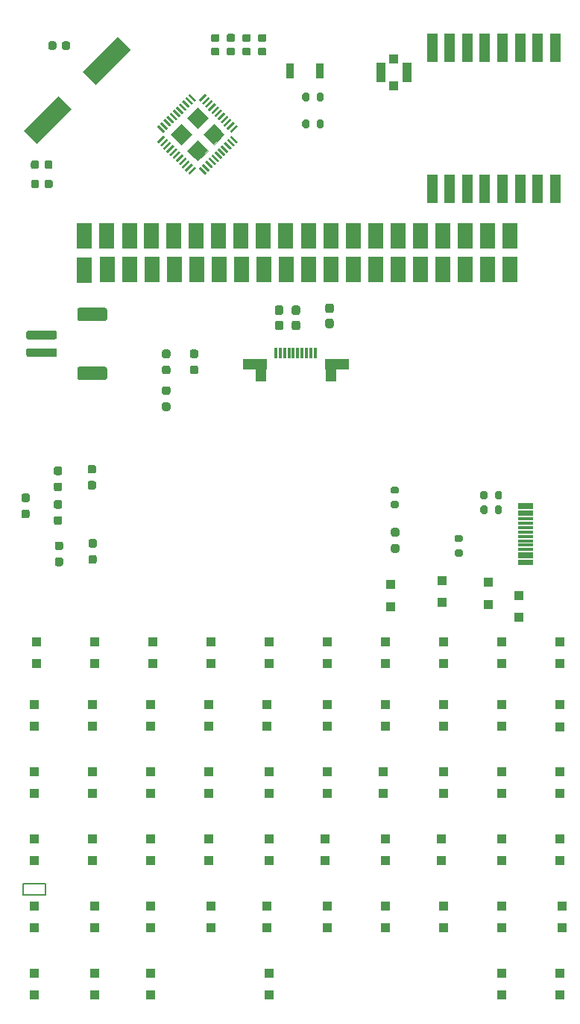
<source format=gbr>
%TF.GenerationSoftware,KiCad,Pcbnew,(5.1.12)-1*%
%TF.CreationDate,2022-02-12T22:16:26+01:00*%
%TF.ProjectId,MemoryBrakout,4d656d6f-7279-4427-9261-6b6f75742e6b,rev?*%
%TF.SameCoordinates,Original*%
%TF.FileFunction,Paste,Bot*%
%TF.FilePolarity,Positive*%
%FSLAX46Y46*%
G04 Gerber Fmt 4.6, Leading zero omitted, Abs format (unit mm)*
G04 Created by KiCad (PCBNEW (5.1.12)-1) date 2022-02-12 22:16:26*
%MOMM*%
%LPD*%
G01*
G04 APERTURE LIST*
%ADD10C,0.150000*%
%ADD11C,0.010000*%
%ADD12R,1.700000X3.000000*%
%ADD13R,0.300000X1.300000*%
%ADD14R,2.700000X1.300000*%
%ADD15R,1.300000X2.200000*%
%ADD16R,1.000000X1.000000*%
%ADD17R,1.750000X0.300000*%
%ADD18R,0.900000X1.700000*%
%ADD19R,1.050000X2.200000*%
%ADD20R,1.200000X3.200000*%
%ADD21C,0.100000*%
G04 APERTURE END LIST*
D10*
X153162000Y-146304000D02*
X150622000Y-146304000D01*
X153162000Y-147574000D02*
X153162000Y-146304000D01*
X150622000Y-147574000D02*
X153162000Y-147574000D01*
X150622000Y-146304000D02*
X150622000Y-147574000D01*
D11*
%TO.C,U1*%
G36*
X170434000Y-64313733D02*
G01*
X171593655Y-63154078D01*
X170434000Y-61994423D01*
X169274345Y-63154078D01*
X170434000Y-64313733D01*
G37*
X170434000Y-64313733D02*
X171593655Y-63154078D01*
X170434000Y-61994423D01*
X169274345Y-63154078D01*
X170434000Y-64313733D01*
G36*
X172272478Y-62475255D02*
G01*
X173432133Y-61315600D01*
X172272478Y-60155945D01*
X171112823Y-61315600D01*
X172272478Y-62475255D01*
G37*
X172272478Y-62475255D02*
X173432133Y-61315600D01*
X172272478Y-60155945D01*
X171112823Y-61315600D01*
X172272478Y-62475255D01*
G36*
X168595522Y-62475255D02*
G01*
X169755177Y-61315600D01*
X168595522Y-60155945D01*
X167435867Y-61315600D01*
X168595522Y-62475255D01*
G37*
X168595522Y-62475255D02*
X169755177Y-61315600D01*
X168595522Y-60155945D01*
X167435867Y-61315600D01*
X168595522Y-62475255D01*
G36*
X170434000Y-60636777D02*
G01*
X171593655Y-59477122D01*
X170434000Y-58317467D01*
X169274345Y-59477122D01*
X170434000Y-60636777D01*
G37*
X170434000Y-60636777D02*
X171593655Y-59477122D01*
X170434000Y-58317467D01*
X169274345Y-59477122D01*
X170434000Y-60636777D01*
%TD*%
%TO.C,C101*%
G36*
G01*
X185657500Y-83315000D02*
X185182500Y-83315000D01*
G75*
G02*
X184945000Y-83077500I0J237500D01*
G01*
X184945000Y-82477500D01*
G75*
G02*
X185182500Y-82240000I237500J0D01*
G01*
X185657500Y-82240000D01*
G75*
G02*
X185895000Y-82477500I0J-237500D01*
G01*
X185895000Y-83077500D01*
G75*
G02*
X185657500Y-83315000I-237500J0D01*
G01*
G37*
G36*
G01*
X185657500Y-81590000D02*
X185182500Y-81590000D01*
G75*
G02*
X184945000Y-81352500I0J237500D01*
G01*
X184945000Y-80752500D01*
G75*
G02*
X185182500Y-80515000I237500J0D01*
G01*
X185657500Y-80515000D01*
G75*
G02*
X185895000Y-80752500I0J-237500D01*
G01*
X185895000Y-81352500D01*
G75*
G02*
X185657500Y-81590000I-237500J0D01*
G01*
G37*
%TD*%
%TO.C,C102*%
G36*
G01*
X181847500Y-81817500D02*
X181372500Y-81817500D01*
G75*
G02*
X181135000Y-81580000I0J237500D01*
G01*
X181135000Y-80980000D01*
G75*
G02*
X181372500Y-80742500I237500J0D01*
G01*
X181847500Y-80742500D01*
G75*
G02*
X182085000Y-80980000I0J-237500D01*
G01*
X182085000Y-81580000D01*
G75*
G02*
X181847500Y-81817500I-237500J0D01*
G01*
G37*
G36*
G01*
X181847500Y-83542500D02*
X181372500Y-83542500D01*
G75*
G02*
X181135000Y-83305000I0J237500D01*
G01*
X181135000Y-82705000D01*
G75*
G02*
X181372500Y-82467500I237500J0D01*
G01*
X181847500Y-82467500D01*
G75*
G02*
X182085000Y-82705000I0J-237500D01*
G01*
X182085000Y-83305000D01*
G75*
G02*
X181847500Y-83542500I-237500J0D01*
G01*
G37*
%TD*%
%TO.C,C103*%
G36*
G01*
X179942500Y-83542500D02*
X179467500Y-83542500D01*
G75*
G02*
X179230000Y-83305000I0J237500D01*
G01*
X179230000Y-82705000D01*
G75*
G02*
X179467500Y-82467500I237500J0D01*
G01*
X179942500Y-82467500D01*
G75*
G02*
X180180000Y-82705000I0J-237500D01*
G01*
X180180000Y-83305000D01*
G75*
G02*
X179942500Y-83542500I-237500J0D01*
G01*
G37*
G36*
G01*
X179942500Y-81817500D02*
X179467500Y-81817500D01*
G75*
G02*
X179230000Y-81580000I0J237500D01*
G01*
X179230000Y-80980000D01*
G75*
G02*
X179467500Y-80742500I237500J0D01*
G01*
X179942500Y-80742500D01*
G75*
G02*
X180180000Y-80980000I0J-237500D01*
G01*
X180180000Y-81580000D01*
G75*
G02*
X179942500Y-81817500I-237500J0D01*
G01*
G37*
%TD*%
D12*
%TO.C,J1*%
X205885000Y-76685000D03*
X205885000Y-72811500D03*
X203345000Y-76685000D03*
X203345000Y-72811500D03*
X200805000Y-76685000D03*
X200805000Y-72811500D03*
X198265000Y-76685000D03*
X198265000Y-72811500D03*
X195725000Y-76685000D03*
X195725000Y-72811500D03*
X193185000Y-76685000D03*
X193185000Y-72811500D03*
X190645000Y-76685000D03*
X190645000Y-72811500D03*
X188105000Y-76685000D03*
X188105000Y-72811500D03*
X185565000Y-76685000D03*
X185565000Y-72811500D03*
X183025000Y-76685000D03*
X183025000Y-72875000D03*
X180485000Y-76685000D03*
X180467000Y-72834500D03*
X177945000Y-76685000D03*
X177927000Y-72834500D03*
X175405000Y-76685000D03*
X175387000Y-72834500D03*
X172865000Y-76685000D03*
X172847000Y-72834500D03*
X170325000Y-76685000D03*
X170307000Y-72834500D03*
X167785000Y-76685000D03*
X167767000Y-72834500D03*
X165245000Y-76685000D03*
X165227000Y-72834500D03*
X162705000Y-76685000D03*
X162750500Y-72834500D03*
X160165000Y-76685000D03*
X160147000Y-72834500D03*
X157607000Y-76708000D03*
X157607000Y-72834500D03*
%TD*%
%TO.C,R101*%
G36*
G01*
X170290500Y-86720500D02*
X169815500Y-86720500D01*
G75*
G02*
X169578000Y-86483000I0J237500D01*
G01*
X169578000Y-85983000D01*
G75*
G02*
X169815500Y-85745500I237500J0D01*
G01*
X170290500Y-85745500D01*
G75*
G02*
X170528000Y-85983000I0J-237500D01*
G01*
X170528000Y-86483000D01*
G75*
G02*
X170290500Y-86720500I-237500J0D01*
G01*
G37*
G36*
G01*
X170290500Y-88545500D02*
X169815500Y-88545500D01*
G75*
G02*
X169578000Y-88308000I0J237500D01*
G01*
X169578000Y-87808000D01*
G75*
G02*
X169815500Y-87570500I237500J0D01*
G01*
X170290500Y-87570500D01*
G75*
G02*
X170528000Y-87808000I0J-237500D01*
G01*
X170528000Y-88308000D01*
G75*
G02*
X170290500Y-88545500I-237500J0D01*
G01*
G37*
%TD*%
%TO.C,R103*%
G36*
G01*
X193125500Y-108789000D02*
X192650500Y-108789000D01*
G75*
G02*
X192413000Y-108551500I0J237500D01*
G01*
X192413000Y-108051500D01*
G75*
G02*
X192650500Y-107814000I237500J0D01*
G01*
X193125500Y-107814000D01*
G75*
G02*
X193363000Y-108051500I0J-237500D01*
G01*
X193363000Y-108551500D01*
G75*
G02*
X193125500Y-108789000I-237500J0D01*
G01*
G37*
G36*
G01*
X193125500Y-106964000D02*
X192650500Y-106964000D01*
G75*
G02*
X192413000Y-106726500I0J237500D01*
G01*
X192413000Y-106226500D01*
G75*
G02*
X192650500Y-105989000I237500J0D01*
G01*
X193125500Y-105989000D01*
G75*
G02*
X193363000Y-106226500I0J-237500D01*
G01*
X193363000Y-106726500D01*
G75*
G02*
X193125500Y-106964000I-237500J0D01*
G01*
G37*
%TD*%
%TO.C,R105*%
G36*
G01*
X151138500Y-104877000D02*
X150663500Y-104877000D01*
G75*
G02*
X150426000Y-104639500I0J237500D01*
G01*
X150426000Y-104139500D01*
G75*
G02*
X150663500Y-103902000I237500J0D01*
G01*
X151138500Y-103902000D01*
G75*
G02*
X151376000Y-104139500I0J-237500D01*
G01*
X151376000Y-104639500D01*
G75*
G02*
X151138500Y-104877000I-237500J0D01*
G01*
G37*
G36*
G01*
X151138500Y-103052000D02*
X150663500Y-103052000D01*
G75*
G02*
X150426000Y-102814500I0J237500D01*
G01*
X150426000Y-102314500D01*
G75*
G02*
X150663500Y-102077000I237500J0D01*
G01*
X151138500Y-102077000D01*
G75*
G02*
X151376000Y-102314500I0J-237500D01*
G01*
X151376000Y-102814500D01*
G75*
G02*
X151138500Y-103052000I-237500J0D01*
G01*
G37*
%TD*%
%TO.C,R106*%
G36*
G01*
X167115500Y-90888000D02*
X166640500Y-90888000D01*
G75*
G02*
X166403000Y-90650500I0J237500D01*
G01*
X166403000Y-90150500D01*
G75*
G02*
X166640500Y-89913000I237500J0D01*
G01*
X167115500Y-89913000D01*
G75*
G02*
X167353000Y-90150500I0J-237500D01*
G01*
X167353000Y-90650500D01*
G75*
G02*
X167115500Y-90888000I-237500J0D01*
G01*
G37*
G36*
G01*
X167115500Y-92713000D02*
X166640500Y-92713000D01*
G75*
G02*
X166403000Y-92475500I0J237500D01*
G01*
X166403000Y-91975500D01*
G75*
G02*
X166640500Y-91738000I237500J0D01*
G01*
X167115500Y-91738000D01*
G75*
G02*
X167353000Y-91975500I0J-237500D01*
G01*
X167353000Y-92475500D01*
G75*
G02*
X167115500Y-92713000I-237500J0D01*
G01*
G37*
%TD*%
%TO.C,R107*%
G36*
G01*
X167115500Y-88545500D02*
X166640500Y-88545500D01*
G75*
G02*
X166403000Y-88308000I0J237500D01*
G01*
X166403000Y-87808000D01*
G75*
G02*
X166640500Y-87570500I237500J0D01*
G01*
X167115500Y-87570500D01*
G75*
G02*
X167353000Y-87808000I0J-237500D01*
G01*
X167353000Y-88308000D01*
G75*
G02*
X167115500Y-88545500I-237500J0D01*
G01*
G37*
G36*
G01*
X167115500Y-86720500D02*
X166640500Y-86720500D01*
G75*
G02*
X166403000Y-86483000I0J237500D01*
G01*
X166403000Y-85983000D01*
G75*
G02*
X166640500Y-85745500I237500J0D01*
G01*
X167115500Y-85745500D01*
G75*
G02*
X167353000Y-85983000I0J-237500D01*
G01*
X167353000Y-86483000D01*
G75*
G02*
X167115500Y-86720500I-237500J0D01*
G01*
G37*
%TD*%
%TO.C,R108*%
G36*
G01*
X154948500Y-110315000D02*
X154473500Y-110315000D01*
G75*
G02*
X154236000Y-110077500I0J237500D01*
G01*
X154236000Y-109577500D01*
G75*
G02*
X154473500Y-109340000I237500J0D01*
G01*
X154948500Y-109340000D01*
G75*
G02*
X155186000Y-109577500I0J-237500D01*
G01*
X155186000Y-110077500D01*
G75*
G02*
X154948500Y-110315000I-237500J0D01*
G01*
G37*
G36*
G01*
X154948500Y-108490000D02*
X154473500Y-108490000D01*
G75*
G02*
X154236000Y-108252500I0J237500D01*
G01*
X154236000Y-107752500D01*
G75*
G02*
X154473500Y-107515000I237500J0D01*
G01*
X154948500Y-107515000D01*
G75*
G02*
X155186000Y-107752500I0J-237500D01*
G01*
X155186000Y-108252500D01*
G75*
G02*
X154948500Y-108490000I-237500J0D01*
G01*
G37*
%TD*%
%TO.C,R109*%
G36*
G01*
X158758500Y-108212000D02*
X158283500Y-108212000D01*
G75*
G02*
X158046000Y-107974500I0J237500D01*
G01*
X158046000Y-107474500D01*
G75*
G02*
X158283500Y-107237000I237500J0D01*
G01*
X158758500Y-107237000D01*
G75*
G02*
X158996000Y-107474500I0J-237500D01*
G01*
X158996000Y-107974500D01*
G75*
G02*
X158758500Y-108212000I-237500J0D01*
G01*
G37*
G36*
G01*
X158758500Y-110037000D02*
X158283500Y-110037000D01*
G75*
G02*
X158046000Y-109799500I0J237500D01*
G01*
X158046000Y-109299500D01*
G75*
G02*
X158283500Y-109062000I237500J0D01*
G01*
X158758500Y-109062000D01*
G75*
G02*
X158996000Y-109299500I0J-237500D01*
G01*
X158996000Y-109799500D01*
G75*
G02*
X158758500Y-110037000I-237500J0D01*
G01*
G37*
%TD*%
%TO.C,R111*%
G36*
G01*
X154821500Y-101806000D02*
X154346500Y-101806000D01*
G75*
G02*
X154109000Y-101568500I0J237500D01*
G01*
X154109000Y-101068500D01*
G75*
G02*
X154346500Y-100831000I237500J0D01*
G01*
X154821500Y-100831000D01*
G75*
G02*
X155059000Y-101068500I0J-237500D01*
G01*
X155059000Y-101568500D01*
G75*
G02*
X154821500Y-101806000I-237500J0D01*
G01*
G37*
G36*
G01*
X154821500Y-99981000D02*
X154346500Y-99981000D01*
G75*
G02*
X154109000Y-99743500I0J237500D01*
G01*
X154109000Y-99243500D01*
G75*
G02*
X154346500Y-99006000I237500J0D01*
G01*
X154821500Y-99006000D01*
G75*
G02*
X155059000Y-99243500I0J-237500D01*
G01*
X155059000Y-99743500D01*
G75*
G02*
X154821500Y-99981000I-237500J0D01*
G01*
G37*
%TD*%
%TO.C,R112*%
G36*
G01*
X154821500Y-103791000D02*
X154346500Y-103791000D01*
G75*
G02*
X154109000Y-103553500I0J237500D01*
G01*
X154109000Y-103053500D01*
G75*
G02*
X154346500Y-102816000I237500J0D01*
G01*
X154821500Y-102816000D01*
G75*
G02*
X155059000Y-103053500I0J-237500D01*
G01*
X155059000Y-103553500D01*
G75*
G02*
X154821500Y-103791000I-237500J0D01*
G01*
G37*
G36*
G01*
X154821500Y-105616000D02*
X154346500Y-105616000D01*
G75*
G02*
X154109000Y-105378500I0J237500D01*
G01*
X154109000Y-104878500D01*
G75*
G02*
X154346500Y-104641000I237500J0D01*
G01*
X154821500Y-104641000D01*
G75*
G02*
X155059000Y-104878500I0J-237500D01*
G01*
X155059000Y-105378500D01*
G75*
G02*
X154821500Y-105616000I-237500J0D01*
G01*
G37*
%TD*%
%TO.C,R113*%
G36*
G01*
X158682500Y-99805000D02*
X158207500Y-99805000D01*
G75*
G02*
X157970000Y-99567500I0J237500D01*
G01*
X157970000Y-99067500D01*
G75*
G02*
X158207500Y-98830000I237500J0D01*
G01*
X158682500Y-98830000D01*
G75*
G02*
X158920000Y-99067500I0J-237500D01*
G01*
X158920000Y-99567500D01*
G75*
G02*
X158682500Y-99805000I-237500J0D01*
G01*
G37*
G36*
G01*
X158682500Y-101630000D02*
X158207500Y-101630000D01*
G75*
G02*
X157970000Y-101392500I0J237500D01*
G01*
X157970000Y-100892500D01*
G75*
G02*
X158207500Y-100655000I237500J0D01*
G01*
X158682500Y-100655000D01*
G75*
G02*
X158920000Y-100892500I0J-237500D01*
G01*
X158920000Y-101392500D01*
G75*
G02*
X158682500Y-101630000I-237500J0D01*
G01*
G37*
%TD*%
D13*
%TO.C,U101*%
X180316300Y-86133800D03*
X183816300Y-86133800D03*
X180816300Y-86133800D03*
X181816300Y-86133800D03*
X179816300Y-86133800D03*
X179316300Y-86133800D03*
X182816300Y-86133800D03*
X183316300Y-86133800D03*
X182316300Y-86133800D03*
X181316300Y-86133800D03*
D14*
X176956200Y-87374200D03*
D15*
X177603900Y-88237800D03*
D14*
X186252600Y-87374200D03*
D15*
X185579500Y-88237800D03*
%TD*%
%TO.C,C1*%
G36*
G01*
X154399000Y-51007200D02*
X154399000Y-51507200D01*
G75*
G02*
X154174000Y-51732200I-225000J0D01*
G01*
X153724000Y-51732200D01*
G75*
G02*
X153499000Y-51507200I0J225000D01*
G01*
X153499000Y-51007200D01*
G75*
G02*
X153724000Y-50782200I225000J0D01*
G01*
X154174000Y-50782200D01*
G75*
G02*
X154399000Y-51007200I0J-225000D01*
G01*
G37*
G36*
G01*
X155949000Y-51007200D02*
X155949000Y-51507200D01*
G75*
G02*
X155724000Y-51732200I-225000J0D01*
G01*
X155274000Y-51732200D01*
G75*
G02*
X155049000Y-51507200I0J225000D01*
G01*
X155049000Y-51007200D01*
G75*
G02*
X155274000Y-50782200I225000J0D01*
G01*
X155724000Y-50782200D01*
G75*
G02*
X155949000Y-51007200I0J-225000D01*
G01*
G37*
%TD*%
%TO.C,C2*%
G36*
G01*
X152418000Y-64520000D02*
X152418000Y-65020000D01*
G75*
G02*
X152193000Y-65245000I-225000J0D01*
G01*
X151743000Y-65245000D01*
G75*
G02*
X151518000Y-65020000I0J225000D01*
G01*
X151518000Y-64520000D01*
G75*
G02*
X151743000Y-64295000I225000J0D01*
G01*
X152193000Y-64295000D01*
G75*
G02*
X152418000Y-64520000I0J-225000D01*
G01*
G37*
G36*
G01*
X153968000Y-64520000D02*
X153968000Y-65020000D01*
G75*
G02*
X153743000Y-65245000I-225000J0D01*
G01*
X153293000Y-65245000D01*
G75*
G02*
X153068000Y-65020000I0J225000D01*
G01*
X153068000Y-64520000D01*
G75*
G02*
X153293000Y-64295000I225000J0D01*
G01*
X153743000Y-64295000D01*
G75*
G02*
X153968000Y-64520000I0J-225000D01*
G01*
G37*
%TD*%
%TO.C,C3*%
G36*
G01*
X174469000Y-50830600D02*
X173969000Y-50830600D01*
G75*
G02*
X173744000Y-50605600I0J225000D01*
G01*
X173744000Y-50155600D01*
G75*
G02*
X173969000Y-49930600I225000J0D01*
G01*
X174469000Y-49930600D01*
G75*
G02*
X174694000Y-50155600I0J-225000D01*
G01*
X174694000Y-50605600D01*
G75*
G02*
X174469000Y-50830600I-225000J0D01*
G01*
G37*
G36*
G01*
X174469000Y-52380600D02*
X173969000Y-52380600D01*
G75*
G02*
X173744000Y-52155600I0J225000D01*
G01*
X173744000Y-51705600D01*
G75*
G02*
X173969000Y-51480600I225000J0D01*
G01*
X174469000Y-51480600D01*
G75*
G02*
X174694000Y-51705600I0J-225000D01*
G01*
X174694000Y-52155600D01*
G75*
G02*
X174469000Y-52380600I-225000J0D01*
G01*
G37*
%TD*%
%TO.C,C4*%
G36*
G01*
X178025000Y-52393600D02*
X177525000Y-52393600D01*
G75*
G02*
X177300000Y-52168600I0J225000D01*
G01*
X177300000Y-51718600D01*
G75*
G02*
X177525000Y-51493600I225000J0D01*
G01*
X178025000Y-51493600D01*
G75*
G02*
X178250000Y-51718600I0J-225000D01*
G01*
X178250000Y-52168600D01*
G75*
G02*
X178025000Y-52393600I-225000J0D01*
G01*
G37*
G36*
G01*
X178025000Y-50843600D02*
X177525000Y-50843600D01*
G75*
G02*
X177300000Y-50618600I0J225000D01*
G01*
X177300000Y-50168600D01*
G75*
G02*
X177525000Y-49943600I225000J0D01*
G01*
X178025000Y-49943600D01*
G75*
G02*
X178250000Y-50168600I0J-225000D01*
G01*
X178250000Y-50618600D01*
G75*
G02*
X178025000Y-50843600I-225000J0D01*
G01*
G37*
%TD*%
%TO.C,C5*%
G36*
G01*
X151531000Y-67204400D02*
X151531000Y-66704400D01*
G75*
G02*
X151756000Y-66479400I225000J0D01*
G01*
X152206000Y-66479400D01*
G75*
G02*
X152431000Y-66704400I0J-225000D01*
G01*
X152431000Y-67204400D01*
G75*
G02*
X152206000Y-67429400I-225000J0D01*
G01*
X151756000Y-67429400D01*
G75*
G02*
X151531000Y-67204400I0J225000D01*
G01*
G37*
G36*
G01*
X153081000Y-67204400D02*
X153081000Y-66704400D01*
G75*
G02*
X153306000Y-66479400I225000J0D01*
G01*
X153756000Y-66479400D01*
G75*
G02*
X153981000Y-66704400I0J-225000D01*
G01*
X153981000Y-67204400D01*
G75*
G02*
X153756000Y-67429400I-225000J0D01*
G01*
X153306000Y-67429400D01*
G75*
G02*
X153081000Y-67204400I0J225000D01*
G01*
G37*
%TD*%
%TO.C,C6*%
G36*
G01*
X172691000Y-52393600D02*
X172191000Y-52393600D01*
G75*
G02*
X171966000Y-52168600I0J225000D01*
G01*
X171966000Y-51718600D01*
G75*
G02*
X172191000Y-51493600I225000J0D01*
G01*
X172691000Y-51493600D01*
G75*
G02*
X172916000Y-51718600I0J-225000D01*
G01*
X172916000Y-52168600D01*
G75*
G02*
X172691000Y-52393600I-225000J0D01*
G01*
G37*
G36*
G01*
X172691000Y-50843600D02*
X172191000Y-50843600D01*
G75*
G02*
X171966000Y-50618600I0J225000D01*
G01*
X171966000Y-50168600D01*
G75*
G02*
X172191000Y-49943600I225000J0D01*
G01*
X172691000Y-49943600D01*
G75*
G02*
X172916000Y-50168600I0J-225000D01*
G01*
X172916000Y-50618600D01*
G75*
G02*
X172691000Y-50843600I-225000J0D01*
G01*
G37*
%TD*%
%TO.C,C7*%
G36*
G01*
X176247000Y-52393600D02*
X175747000Y-52393600D01*
G75*
G02*
X175522000Y-52168600I0J225000D01*
G01*
X175522000Y-51718600D01*
G75*
G02*
X175747000Y-51493600I225000J0D01*
G01*
X176247000Y-51493600D01*
G75*
G02*
X176472000Y-51718600I0J-225000D01*
G01*
X176472000Y-52168600D01*
G75*
G02*
X176247000Y-52393600I-225000J0D01*
G01*
G37*
G36*
G01*
X176247000Y-50843600D02*
X175747000Y-50843600D01*
G75*
G02*
X175522000Y-50618600I0J225000D01*
G01*
X175522000Y-50168600D01*
G75*
G02*
X175747000Y-49943600I225000J0D01*
G01*
X176247000Y-49943600D01*
G75*
G02*
X176472000Y-50168600I0J-225000D01*
G01*
X176472000Y-50618600D01*
G75*
G02*
X176247000Y-50843600I-225000J0D01*
G01*
G37*
%TD*%
D16*
%TO.C,D1*%
X151892000Y-126004000D03*
X151892000Y-128504000D03*
%TD*%
%TO.C,D2*%
X158496000Y-126004000D03*
X158496000Y-128504000D03*
%TD*%
%TO.C,D3*%
X165100000Y-128504000D03*
X165100000Y-126004000D03*
%TD*%
%TO.C,D4*%
X171704000Y-126004000D03*
X171704000Y-128504000D03*
%TD*%
%TO.C,D5*%
X178308000Y-128504000D03*
X178308000Y-126004000D03*
%TD*%
%TO.C,D6*%
X185166000Y-126004000D03*
X185166000Y-128504000D03*
%TD*%
%TO.C,D7*%
X191770000Y-128504000D03*
X191770000Y-126004000D03*
%TD*%
%TO.C,D8*%
X198374000Y-126004000D03*
X198374000Y-128504000D03*
%TD*%
%TO.C,D9*%
X204978000Y-128504000D03*
X204978000Y-126004000D03*
%TD*%
%TO.C,D10*%
X211582000Y-126024000D03*
X211582000Y-128524000D03*
%TD*%
%TO.C,D11*%
X206908000Y-116129000D03*
X206908000Y-113629000D03*
%TD*%
%TO.C,D12*%
X203454000Y-114641000D03*
X203454000Y-112141000D03*
%TD*%
%TO.C,D13*%
X151892000Y-133624000D03*
X151892000Y-136124000D03*
%TD*%
%TO.C,D14*%
X158496000Y-136124000D03*
X158496000Y-133624000D03*
%TD*%
%TO.C,D15*%
X165100000Y-133624000D03*
X165100000Y-136124000D03*
%TD*%
%TO.C,D16*%
X171704000Y-136124000D03*
X171704000Y-133624000D03*
%TD*%
%TO.C,D17*%
X178562000Y-133624000D03*
X178562000Y-136124000D03*
%TD*%
%TO.C,D18*%
X185166000Y-136124000D03*
X185166000Y-133624000D03*
%TD*%
%TO.C,D19*%
X191516000Y-133624000D03*
X191516000Y-136124000D03*
%TD*%
%TO.C,D20*%
X198374000Y-133624000D03*
X198374000Y-136124000D03*
%TD*%
%TO.C,D21*%
X204978000Y-136124000D03*
X204978000Y-133624000D03*
%TD*%
%TO.C,D22*%
X211582000Y-136124000D03*
X211582000Y-133624000D03*
%TD*%
%TO.C,D23*%
X198247000Y-114427000D03*
X198247000Y-111927000D03*
%TD*%
%TO.C,D24*%
X192405000Y-112395000D03*
X192405000Y-114895000D03*
%TD*%
%TO.C,D25*%
X151892000Y-143744000D03*
X151892000Y-141244000D03*
%TD*%
%TO.C,D26*%
X158496000Y-141244000D03*
X158496000Y-143744000D03*
%TD*%
%TO.C,D27*%
X165100000Y-143744000D03*
X165100000Y-141244000D03*
%TD*%
%TO.C,D28*%
X171704000Y-141244000D03*
X171704000Y-143744000D03*
%TD*%
%TO.C,D29*%
X178562000Y-143744000D03*
X178562000Y-141244000D03*
%TD*%
%TO.C,D30*%
X184912000Y-141244000D03*
X184912000Y-143744000D03*
%TD*%
%TO.C,D31*%
X191770000Y-143744000D03*
X191770000Y-141244000D03*
%TD*%
%TO.C,D32*%
X198120000Y-141244000D03*
X198120000Y-143744000D03*
%TD*%
%TO.C,D33*%
X204978000Y-143744000D03*
X204978000Y-141244000D03*
%TD*%
%TO.C,D34*%
X211582000Y-141244000D03*
X211582000Y-143744000D03*
%TD*%
%TO.C,D35*%
X185166000Y-121392000D03*
X185166000Y-118892000D03*
%TD*%
%TO.C,D36*%
X191770000Y-118892000D03*
X191770000Y-121392000D03*
%TD*%
%TO.C,D37*%
X151892000Y-151364000D03*
X151892000Y-148864000D03*
%TD*%
%TO.C,D38*%
X158750000Y-148864000D03*
X158750000Y-151364000D03*
%TD*%
%TO.C,D39*%
X165100000Y-151364000D03*
X165100000Y-148864000D03*
%TD*%
%TO.C,D40*%
X171958000Y-148864000D03*
X171958000Y-151364000D03*
%TD*%
%TO.C,D41*%
X178308000Y-151364000D03*
X178308000Y-148864000D03*
%TD*%
%TO.C,D42*%
X185166000Y-148864000D03*
X185166000Y-151364000D03*
%TD*%
%TO.C,D43*%
X191770000Y-151364000D03*
X191770000Y-148864000D03*
%TD*%
%TO.C,D44*%
X198374000Y-148864000D03*
X198374000Y-151364000D03*
%TD*%
%TO.C,D45*%
X204978000Y-148864000D03*
X204978000Y-151364000D03*
%TD*%
%TO.C,D46*%
X211836000Y-151364000D03*
X211836000Y-148864000D03*
%TD*%
%TO.C,D47*%
X198374000Y-118892000D03*
X198374000Y-121392000D03*
%TD*%
%TO.C,D48*%
X204978000Y-121392000D03*
X204978000Y-118892000D03*
%TD*%
%TO.C,D49*%
X151892000Y-156484000D03*
X151892000Y-158984000D03*
%TD*%
%TO.C,D50*%
X158750000Y-158984000D03*
X158750000Y-156484000D03*
%TD*%
%TO.C,D51*%
X165100000Y-156484000D03*
X165100000Y-158984000D03*
%TD*%
%TO.C,D52*%
X178562000Y-158984000D03*
X178562000Y-156484000D03*
%TD*%
%TO.C,D55*%
X204978000Y-156484000D03*
X204978000Y-158984000D03*
%TD*%
%TO.C,D56*%
X211582000Y-158984000D03*
X211582000Y-156484000D03*
%TD*%
%TO.C,D57*%
X211582000Y-118892000D03*
X211582000Y-121392000D03*
%TD*%
%TO.C,D58*%
X152146000Y-121392000D03*
X152146000Y-118892000D03*
%TD*%
%TO.C,D59*%
X158750000Y-121392000D03*
X158750000Y-118892000D03*
%TD*%
%TO.C,D60*%
X165354000Y-118892000D03*
X165354000Y-121392000D03*
%TD*%
%TO.C,D61*%
X171958000Y-121392000D03*
X171958000Y-118892000D03*
%TD*%
%TO.C,D62*%
X178562000Y-118892000D03*
X178562000Y-121392000D03*
%TD*%
D17*
%TO.C,J4*%
X207670000Y-106930000D03*
X207670000Y-107430000D03*
X207670000Y-107930000D03*
X207670000Y-108430000D03*
X207670000Y-105930000D03*
X207670000Y-104930000D03*
X207670000Y-105430000D03*
X207670000Y-106430000D03*
X207670000Y-103330000D03*
X207670000Y-103630000D03*
X207670000Y-104130000D03*
X207670000Y-104430000D03*
X207670000Y-109230000D03*
X207670000Y-108930000D03*
X207670000Y-109730000D03*
X207670000Y-110030000D03*
%TD*%
%TO.C,R1*%
G36*
G01*
X182328000Y-57374200D02*
X182328000Y-56824200D01*
G75*
G02*
X182528000Y-56624200I200000J0D01*
G01*
X182928000Y-56624200D01*
G75*
G02*
X183128000Y-56824200I0J-200000D01*
G01*
X183128000Y-57374200D01*
G75*
G02*
X182928000Y-57574200I-200000J0D01*
G01*
X182528000Y-57574200D01*
G75*
G02*
X182328000Y-57374200I0J200000D01*
G01*
G37*
G36*
G01*
X183978000Y-57374200D02*
X183978000Y-56824200D01*
G75*
G02*
X184178000Y-56624200I200000J0D01*
G01*
X184578000Y-56624200D01*
G75*
G02*
X184778000Y-56824200I0J-200000D01*
G01*
X184778000Y-57374200D01*
G75*
G02*
X184578000Y-57574200I-200000J0D01*
G01*
X184178000Y-57574200D01*
G75*
G02*
X183978000Y-57374200I0J200000D01*
G01*
G37*
%TD*%
%TO.C,R2*%
G36*
G01*
X183128000Y-59872200D02*
X183128000Y-60422200D01*
G75*
G02*
X182928000Y-60622200I-200000J0D01*
G01*
X182528000Y-60622200D01*
G75*
G02*
X182328000Y-60422200I0J200000D01*
G01*
X182328000Y-59872200D01*
G75*
G02*
X182528000Y-59672200I200000J0D01*
G01*
X182928000Y-59672200D01*
G75*
G02*
X183128000Y-59872200I0J-200000D01*
G01*
G37*
G36*
G01*
X184778000Y-59872200D02*
X184778000Y-60422200D01*
G75*
G02*
X184578000Y-60622200I-200000J0D01*
G01*
X184178000Y-60622200D01*
G75*
G02*
X183978000Y-60422200I0J200000D01*
G01*
X183978000Y-59872200D01*
G75*
G02*
X184178000Y-59672200I200000J0D01*
G01*
X184578000Y-59672200D01*
G75*
G02*
X184778000Y-59872200I0J-200000D01*
G01*
G37*
%TD*%
%TO.C,R3*%
G36*
G01*
X202572000Y-102535000D02*
X202572000Y-101985000D01*
G75*
G02*
X202772000Y-101785000I200000J0D01*
G01*
X203172000Y-101785000D01*
G75*
G02*
X203372000Y-101985000I0J-200000D01*
G01*
X203372000Y-102535000D01*
G75*
G02*
X203172000Y-102735000I-200000J0D01*
G01*
X202772000Y-102735000D01*
G75*
G02*
X202572000Y-102535000I0J200000D01*
G01*
G37*
G36*
G01*
X204222000Y-102535000D02*
X204222000Y-101985000D01*
G75*
G02*
X204422000Y-101785000I200000J0D01*
G01*
X204822000Y-101785000D01*
G75*
G02*
X205022000Y-101985000I0J-200000D01*
G01*
X205022000Y-102535000D01*
G75*
G02*
X204822000Y-102735000I-200000J0D01*
G01*
X204422000Y-102735000D01*
G75*
G02*
X204222000Y-102535000I0J200000D01*
G01*
G37*
%TD*%
%TO.C,R4*%
G36*
G01*
X203371000Y-103636000D02*
X203371000Y-104186000D01*
G75*
G02*
X203171000Y-104386000I-200000J0D01*
G01*
X202771000Y-104386000D01*
G75*
G02*
X202571000Y-104186000I0J200000D01*
G01*
X202571000Y-103636000D01*
G75*
G02*
X202771000Y-103436000I200000J0D01*
G01*
X203171000Y-103436000D01*
G75*
G02*
X203371000Y-103636000I0J-200000D01*
G01*
G37*
G36*
G01*
X205021000Y-103636000D02*
X205021000Y-104186000D01*
G75*
G02*
X204821000Y-104386000I-200000J0D01*
G01*
X204421000Y-104386000D01*
G75*
G02*
X204221000Y-104186000I0J200000D01*
G01*
X204221000Y-103636000D01*
G75*
G02*
X204421000Y-103436000I200000J0D01*
G01*
X204821000Y-103436000D01*
G75*
G02*
X205021000Y-103636000I0J-200000D01*
G01*
G37*
%TD*%
%TO.C,R65*%
G36*
G01*
X199826000Y-106788000D02*
X200376000Y-106788000D01*
G75*
G02*
X200576000Y-106988000I0J-200000D01*
G01*
X200576000Y-107388000D01*
G75*
G02*
X200376000Y-107588000I-200000J0D01*
G01*
X199826000Y-107588000D01*
G75*
G02*
X199626000Y-107388000I0J200000D01*
G01*
X199626000Y-106988000D01*
G75*
G02*
X199826000Y-106788000I200000J0D01*
G01*
G37*
G36*
G01*
X199826000Y-108438000D02*
X200376000Y-108438000D01*
G75*
G02*
X200576000Y-108638000I0J-200000D01*
G01*
X200576000Y-109038000D01*
G75*
G02*
X200376000Y-109238000I-200000J0D01*
G01*
X199826000Y-109238000D01*
G75*
G02*
X199626000Y-109038000I0J200000D01*
G01*
X199626000Y-108638000D01*
G75*
G02*
X199826000Y-108438000I200000J0D01*
G01*
G37*
%TD*%
%TO.C,R66*%
G36*
G01*
X193112000Y-102089000D02*
X192562000Y-102089000D01*
G75*
G02*
X192362000Y-101889000I0J200000D01*
G01*
X192362000Y-101489000D01*
G75*
G02*
X192562000Y-101289000I200000J0D01*
G01*
X193112000Y-101289000D01*
G75*
G02*
X193312000Y-101489000I0J-200000D01*
G01*
X193312000Y-101889000D01*
G75*
G02*
X193112000Y-102089000I-200000J0D01*
G01*
G37*
G36*
G01*
X193112000Y-103739000D02*
X192562000Y-103739000D01*
G75*
G02*
X192362000Y-103539000I0J200000D01*
G01*
X192362000Y-103139000D01*
G75*
G02*
X192562000Y-102939000I200000J0D01*
G01*
X193112000Y-102939000D01*
G75*
G02*
X193312000Y-103139000I0J-200000D01*
G01*
X193312000Y-103539000D01*
G75*
G02*
X193112000Y-103739000I-200000J0D01*
G01*
G37*
%TD*%
D18*
%TO.C,SW61*%
X184353000Y-54102000D03*
X180953000Y-54102000D03*
%TD*%
%TO.C,J5*%
G36*
G01*
X151225000Y-83590000D02*
X154225000Y-83590000D01*
G75*
G02*
X154475000Y-83840000I0J-250000D01*
G01*
X154475000Y-84340000D01*
G75*
G02*
X154225000Y-84590000I-250000J0D01*
G01*
X151225000Y-84590000D01*
G75*
G02*
X150975000Y-84340000I0J250000D01*
G01*
X150975000Y-83840000D01*
G75*
G02*
X151225000Y-83590000I250000J0D01*
G01*
G37*
G36*
G01*
X151225000Y-85590000D02*
X154225000Y-85590000D01*
G75*
G02*
X154475000Y-85840000I0J-250000D01*
G01*
X154475000Y-86340000D01*
G75*
G02*
X154225000Y-86590000I-250000J0D01*
G01*
X151225000Y-86590000D01*
G75*
G02*
X150975000Y-86340000I0J250000D01*
G01*
X150975000Y-85840000D01*
G75*
G02*
X151225000Y-85590000I250000J0D01*
G01*
G37*
G36*
G01*
X157025000Y-80990000D02*
X159925000Y-80990000D01*
G75*
G02*
X160175000Y-81240000I0J-250000D01*
G01*
X160175000Y-82240000D01*
G75*
G02*
X159925000Y-82490000I-250000J0D01*
G01*
X157025000Y-82490000D01*
G75*
G02*
X156775000Y-82240000I0J250000D01*
G01*
X156775000Y-81240000D01*
G75*
G02*
X157025000Y-80990000I250000J0D01*
G01*
G37*
G36*
G01*
X157025000Y-87690000D02*
X159925000Y-87690000D01*
G75*
G02*
X160175000Y-87940000I0J-250000D01*
G01*
X160175000Y-88940000D01*
G75*
G02*
X159925000Y-89190000I-250000J0D01*
G01*
X157025000Y-89190000D01*
G75*
G02*
X156775000Y-88940000I0J250000D01*
G01*
X156775000Y-87940000D01*
G75*
G02*
X157025000Y-87690000I250000J0D01*
G01*
G37*
%TD*%
D16*
%TO.C,J7*%
X192722000Y-52792500D03*
X192722000Y-55792500D03*
D19*
X194197000Y-54292500D03*
X191247000Y-54292500D03*
%TD*%
D20*
%TO.C,U2*%
X211078000Y-67488000D03*
X209078000Y-67488000D03*
X207078000Y-67488000D03*
X205078000Y-67488000D03*
X203078000Y-67488000D03*
X201078000Y-67488000D03*
X199078000Y-67488000D03*
X197078000Y-67488000D03*
X197078000Y-51488000D03*
X199078000Y-51488000D03*
X201078000Y-51488000D03*
X203078000Y-51488000D03*
X205078000Y-51488000D03*
X207078000Y-51488000D03*
X209078000Y-51488000D03*
X211078000Y-51488000D03*
%TD*%
%TO.C,U1*%
G36*
G01*
X174306966Y-61150985D02*
X174134149Y-60978168D01*
G75*
G02*
X174134149Y-60967138I5515J5515D01*
G01*
X174837296Y-60263991D01*
G75*
G02*
X174848326Y-60263991I5515J-5515D01*
G01*
X175021143Y-60436808D01*
G75*
G02*
X175021143Y-60447838I-5515J-5515D01*
G01*
X174317996Y-61150985D01*
G75*
G02*
X174306966Y-61150985I-5515J5515D01*
G01*
G37*
G36*
G01*
X173953412Y-60797432D02*
X173780595Y-60624615D01*
G75*
G02*
X173780595Y-60613585I5515J5515D01*
G01*
X174483742Y-59910438D01*
G75*
G02*
X174494772Y-59910438I5515J-5515D01*
G01*
X174667589Y-60083255D01*
G75*
G02*
X174667589Y-60094285I-5515J-5515D01*
G01*
X173964442Y-60797432D01*
G75*
G02*
X173953412Y-60797432I-5515J5515D01*
G01*
G37*
G36*
G01*
X173599859Y-60443878D02*
X173427042Y-60271061D01*
G75*
G02*
X173427042Y-60260031I5515J5515D01*
G01*
X174130189Y-59556884D01*
G75*
G02*
X174141219Y-59556884I5515J-5515D01*
G01*
X174314036Y-59729701D01*
G75*
G02*
X174314036Y-59740731I-5515J-5515D01*
G01*
X173610889Y-60443878D01*
G75*
G02*
X173599859Y-60443878I-5515J5515D01*
G01*
G37*
G36*
G01*
X173246306Y-60090325D02*
X173073489Y-59917508D01*
G75*
G02*
X173073489Y-59906478I5515J5515D01*
G01*
X173776636Y-59203331D01*
G75*
G02*
X173787666Y-59203331I5515J-5515D01*
G01*
X173960483Y-59376148D01*
G75*
G02*
X173960483Y-59387178I-5515J-5515D01*
G01*
X173257336Y-60090325D01*
G75*
G02*
X173246306Y-60090325I-5515J5515D01*
G01*
G37*
G36*
G01*
X172892752Y-59736772D02*
X172719935Y-59563955D01*
G75*
G02*
X172719935Y-59552925I5515J5515D01*
G01*
X173423082Y-58849778D01*
G75*
G02*
X173434112Y-58849778I5515J-5515D01*
G01*
X173606929Y-59022595D01*
G75*
G02*
X173606929Y-59033625I-5515J-5515D01*
G01*
X172903782Y-59736772D01*
G75*
G02*
X172892752Y-59736772I-5515J5515D01*
G01*
G37*
G36*
G01*
X172539199Y-59383218D02*
X172366382Y-59210401D01*
G75*
G02*
X172366382Y-59199371I5515J5515D01*
G01*
X173069529Y-58496224D01*
G75*
G02*
X173080559Y-58496224I5515J-5515D01*
G01*
X173253376Y-58669041D01*
G75*
G02*
X173253376Y-58680071I-5515J-5515D01*
G01*
X172550229Y-59383218D01*
G75*
G02*
X172539199Y-59383218I-5515J5515D01*
G01*
G37*
G36*
G01*
X172185645Y-59029665D02*
X172012828Y-58856848D01*
G75*
G02*
X172012828Y-58845818I5515J5515D01*
G01*
X172715975Y-58142671D01*
G75*
G02*
X172727005Y-58142671I5515J-5515D01*
G01*
X172899822Y-58315488D01*
G75*
G02*
X172899822Y-58326518I-5515J-5515D01*
G01*
X172196675Y-59029665D01*
G75*
G02*
X172185645Y-59029665I-5515J5515D01*
G01*
G37*
G36*
G01*
X171832092Y-58676111D02*
X171659275Y-58503294D01*
G75*
G02*
X171659275Y-58492264I5515J5515D01*
G01*
X172362422Y-57789117D01*
G75*
G02*
X172373452Y-57789117I5515J-5515D01*
G01*
X172546269Y-57961934D01*
G75*
G02*
X172546269Y-57972964I-5515J-5515D01*
G01*
X171843122Y-58676111D01*
G75*
G02*
X171832092Y-58676111I-5515J5515D01*
G01*
G37*
G36*
G01*
X171478539Y-58322558D02*
X171305722Y-58149741D01*
G75*
G02*
X171305722Y-58138711I5515J5515D01*
G01*
X172008869Y-57435564D01*
G75*
G02*
X172019899Y-57435564I5515J-5515D01*
G01*
X172192716Y-57608381D01*
G75*
G02*
X172192716Y-57619411I-5515J-5515D01*
G01*
X171489569Y-58322558D01*
G75*
G02*
X171478539Y-58322558I-5515J5515D01*
G01*
G37*
G36*
G01*
X171124985Y-57969005D02*
X170952168Y-57796188D01*
G75*
G02*
X170952168Y-57785158I5515J5515D01*
G01*
X171655315Y-57082011D01*
G75*
G02*
X171666345Y-57082011I5515J-5515D01*
G01*
X171839162Y-57254828D01*
G75*
G02*
X171839162Y-57265858I-5515J-5515D01*
G01*
X171136015Y-57969005D01*
G75*
G02*
X171124985Y-57969005I-5515J5515D01*
G01*
G37*
G36*
G01*
X170771432Y-57615451D02*
X170598615Y-57442634D01*
G75*
G02*
X170598615Y-57431604I5515J5515D01*
G01*
X171301762Y-56728457D01*
G75*
G02*
X171312792Y-56728457I5515J-5515D01*
G01*
X171485609Y-56901274D01*
G75*
G02*
X171485609Y-56912304I-5515J-5515D01*
G01*
X170782462Y-57615451D01*
G75*
G02*
X170771432Y-57615451I-5515J5515D01*
G01*
G37*
G36*
G01*
X166019674Y-62367209D02*
X165846857Y-62194392D01*
G75*
G02*
X165846857Y-62183362I5515J5515D01*
G01*
X166550004Y-61480215D01*
G75*
G02*
X166561034Y-61480215I5515J-5515D01*
G01*
X166733851Y-61653032D01*
G75*
G02*
X166733851Y-61664062I-5515J-5515D01*
G01*
X166030704Y-62367209D01*
G75*
G02*
X166019674Y-62367209I-5515J5515D01*
G01*
G37*
G36*
G01*
X166373228Y-62720762D02*
X166200411Y-62547945D01*
G75*
G02*
X166200411Y-62536915I5515J5515D01*
G01*
X166903558Y-61833768D01*
G75*
G02*
X166914588Y-61833768I5515J-5515D01*
G01*
X167087405Y-62006585D01*
G75*
G02*
X167087405Y-62017615I-5515J-5515D01*
G01*
X166384258Y-62720762D01*
G75*
G02*
X166373228Y-62720762I-5515J5515D01*
G01*
G37*
G36*
G01*
X166726781Y-63074316D02*
X166553964Y-62901499D01*
G75*
G02*
X166553964Y-62890469I5515J5515D01*
G01*
X167257111Y-62187322D01*
G75*
G02*
X167268141Y-62187322I5515J-5515D01*
G01*
X167440958Y-62360139D01*
G75*
G02*
X167440958Y-62371169I-5515J-5515D01*
G01*
X166737811Y-63074316D01*
G75*
G02*
X166726781Y-63074316I-5515J5515D01*
G01*
G37*
G36*
G01*
X167080334Y-63427869D02*
X166907517Y-63255052D01*
G75*
G02*
X166907517Y-63244022I5515J5515D01*
G01*
X167610664Y-62540875D01*
G75*
G02*
X167621694Y-62540875I5515J-5515D01*
G01*
X167794511Y-62713692D01*
G75*
G02*
X167794511Y-62724722I-5515J-5515D01*
G01*
X167091364Y-63427869D01*
G75*
G02*
X167080334Y-63427869I-5515J5515D01*
G01*
G37*
G36*
G01*
X167433888Y-63781422D02*
X167261071Y-63608605D01*
G75*
G02*
X167261071Y-63597575I5515J5515D01*
G01*
X167964218Y-62894428D01*
G75*
G02*
X167975248Y-62894428I5515J-5515D01*
G01*
X168148065Y-63067245D01*
G75*
G02*
X168148065Y-63078275I-5515J-5515D01*
G01*
X167444918Y-63781422D01*
G75*
G02*
X167433888Y-63781422I-5515J5515D01*
G01*
G37*
G36*
G01*
X167787441Y-64134976D02*
X167614624Y-63962159D01*
G75*
G02*
X167614624Y-63951129I5515J5515D01*
G01*
X168317771Y-63247982D01*
G75*
G02*
X168328801Y-63247982I5515J-5515D01*
G01*
X168501618Y-63420799D01*
G75*
G02*
X168501618Y-63431829I-5515J-5515D01*
G01*
X167798471Y-64134976D01*
G75*
G02*
X167787441Y-64134976I-5515J5515D01*
G01*
G37*
G36*
G01*
X168140995Y-64488529D02*
X167968178Y-64315712D01*
G75*
G02*
X167968178Y-64304682I5515J5515D01*
G01*
X168671325Y-63601535D01*
G75*
G02*
X168682355Y-63601535I5515J-5515D01*
G01*
X168855172Y-63774352D01*
G75*
G02*
X168855172Y-63785382I-5515J-5515D01*
G01*
X168152025Y-64488529D01*
G75*
G02*
X168140995Y-64488529I-5515J5515D01*
G01*
G37*
G36*
G01*
X168494548Y-64842083D02*
X168321731Y-64669266D01*
G75*
G02*
X168321731Y-64658236I5515J5515D01*
G01*
X169024878Y-63955089D01*
G75*
G02*
X169035908Y-63955089I5515J-5515D01*
G01*
X169208725Y-64127906D01*
G75*
G02*
X169208725Y-64138936I-5515J-5515D01*
G01*
X168505578Y-64842083D01*
G75*
G02*
X168494548Y-64842083I-5515J5515D01*
G01*
G37*
G36*
G01*
X168848101Y-65195636D02*
X168675284Y-65022819D01*
G75*
G02*
X168675284Y-65011789I5515J5515D01*
G01*
X169378431Y-64308642D01*
G75*
G02*
X169389461Y-64308642I5515J-5515D01*
G01*
X169562278Y-64481459D01*
G75*
G02*
X169562278Y-64492489I-5515J-5515D01*
G01*
X168859131Y-65195636D01*
G75*
G02*
X168848101Y-65195636I-5515J5515D01*
G01*
G37*
G36*
G01*
X169201655Y-65549189D02*
X169028838Y-65376372D01*
G75*
G02*
X169028838Y-65365342I5515J5515D01*
G01*
X169731985Y-64662195D01*
G75*
G02*
X169743015Y-64662195I5515J-5515D01*
G01*
X169915832Y-64835012D01*
G75*
G02*
X169915832Y-64846042I-5515J-5515D01*
G01*
X169212685Y-65549189D01*
G75*
G02*
X169201655Y-65549189I-5515J5515D01*
G01*
G37*
G36*
G01*
X169555208Y-65902743D02*
X169382391Y-65729926D01*
G75*
G02*
X169382391Y-65718896I5515J5515D01*
G01*
X170085538Y-65015749D01*
G75*
G02*
X170096568Y-65015749I5515J-5515D01*
G01*
X170269385Y-65188566D01*
G75*
G02*
X170269385Y-65199596I-5515J-5515D01*
G01*
X169566238Y-65902743D01*
G75*
G02*
X169555208Y-65902743I-5515J5515D01*
G01*
G37*
G36*
G01*
X171283377Y-65884358D02*
X170617000Y-65217981D01*
G75*
G02*
X170617000Y-65170181I23900J23900D01*
G01*
X170753047Y-65034134D01*
G75*
G02*
X170800847Y-65034134I23900J-23900D01*
G01*
X171467224Y-65700511D01*
G75*
G02*
X171467224Y-65748311I-23900J-23900D01*
G01*
X171331177Y-65884358D01*
G75*
G02*
X171283377Y-65884358I-23900J23900D01*
G01*
G37*
G36*
G01*
X171636930Y-65530804D02*
X170970553Y-64864427D01*
G75*
G02*
X170970553Y-64816627I23900J23900D01*
G01*
X171106600Y-64680580D01*
G75*
G02*
X171154400Y-64680580I23900J-23900D01*
G01*
X171820777Y-65346957D01*
G75*
G02*
X171820777Y-65394757I-23900J-23900D01*
G01*
X171684730Y-65530804D01*
G75*
G02*
X171636930Y-65530804I-23900J23900D01*
G01*
G37*
G36*
G01*
X171990484Y-65177251D02*
X171324107Y-64510874D01*
G75*
G02*
X171324107Y-64463074I23900J23900D01*
G01*
X171460154Y-64327027D01*
G75*
G02*
X171507954Y-64327027I23900J-23900D01*
G01*
X172174331Y-64993404D01*
G75*
G02*
X172174331Y-65041204I-23900J-23900D01*
G01*
X172038284Y-65177251D01*
G75*
G02*
X171990484Y-65177251I-23900J23900D01*
G01*
G37*
G36*
G01*
X172344037Y-64823698D02*
X171677660Y-64157321D01*
G75*
G02*
X171677660Y-64109521I23900J23900D01*
G01*
X171813707Y-63973474D01*
G75*
G02*
X171861507Y-63973474I23900J-23900D01*
G01*
X172527884Y-64639851D01*
G75*
G02*
X172527884Y-64687651I-23900J-23900D01*
G01*
X172391837Y-64823698D01*
G75*
G02*
X172344037Y-64823698I-23900J23900D01*
G01*
G37*
G36*
G01*
X172697590Y-64470144D02*
X172031213Y-63803767D01*
G75*
G02*
X172031213Y-63755967I23900J23900D01*
G01*
X172167260Y-63619920D01*
G75*
G02*
X172215060Y-63619920I23900J-23900D01*
G01*
X172881437Y-64286297D01*
G75*
G02*
X172881437Y-64334097I-23900J-23900D01*
G01*
X172745390Y-64470144D01*
G75*
G02*
X172697590Y-64470144I-23900J23900D01*
G01*
G37*
G36*
G01*
X173051144Y-64116591D02*
X172384767Y-63450214D01*
G75*
G02*
X172384767Y-63402414I23900J23900D01*
G01*
X172520814Y-63266367D01*
G75*
G02*
X172568614Y-63266367I23900J-23900D01*
G01*
X173234991Y-63932744D01*
G75*
G02*
X173234991Y-63980544I-23900J-23900D01*
G01*
X173098944Y-64116591D01*
G75*
G02*
X173051144Y-64116591I-23900J23900D01*
G01*
G37*
G36*
G01*
X173404697Y-63763037D02*
X172738320Y-63096660D01*
G75*
G02*
X172738320Y-63048860I23900J23900D01*
G01*
X172874367Y-62912813D01*
G75*
G02*
X172922167Y-62912813I23900J-23900D01*
G01*
X173588544Y-63579190D01*
G75*
G02*
X173588544Y-63626990I-23900J-23900D01*
G01*
X173452497Y-63763037D01*
G75*
G02*
X173404697Y-63763037I-23900J23900D01*
G01*
G37*
G36*
G01*
X173758251Y-63409484D02*
X173091874Y-62743107D01*
G75*
G02*
X173091874Y-62695307I23900J23900D01*
G01*
X173227921Y-62559260D01*
G75*
G02*
X173275721Y-62559260I23900J-23900D01*
G01*
X173942098Y-63225637D01*
G75*
G02*
X173942098Y-63273437I-23900J-23900D01*
G01*
X173806051Y-63409484D01*
G75*
G02*
X173758251Y-63409484I-23900J23900D01*
G01*
G37*
G36*
G01*
X174111804Y-63055931D02*
X173445427Y-62389554D01*
G75*
G02*
X173445427Y-62341754I23900J23900D01*
G01*
X173581474Y-62205707D01*
G75*
G02*
X173629274Y-62205707I23900J-23900D01*
G01*
X174295651Y-62872084D01*
G75*
G02*
X174295651Y-62919884I-23900J-23900D01*
G01*
X174159604Y-63055931D01*
G75*
G02*
X174111804Y-63055931I-23900J23900D01*
G01*
G37*
G36*
G01*
X174465357Y-62702377D02*
X173798980Y-62036000D01*
G75*
G02*
X173798980Y-61988200I23900J23900D01*
G01*
X173935027Y-61852153D01*
G75*
G02*
X173982827Y-61852153I23900J-23900D01*
G01*
X174649204Y-62518530D01*
G75*
G02*
X174649204Y-62566330I-23900J-23900D01*
G01*
X174513157Y-62702377D01*
G75*
G02*
X174465357Y-62702377I-23900J23900D01*
G01*
G37*
G36*
G01*
X174818911Y-62348824D02*
X174152534Y-61682447D01*
G75*
G02*
X174152534Y-61634647I23900J23900D01*
G01*
X174288581Y-61498600D01*
G75*
G02*
X174336381Y-61498600I23900J-23900D01*
G01*
X175002758Y-62164977D01*
G75*
G02*
X175002758Y-62212777I-23900J-23900D01*
G01*
X174866711Y-62348824D01*
G75*
G02*
X174818911Y-62348824I-23900J23900D01*
G01*
G37*
G36*
G01*
X170067153Y-57597066D02*
X169400776Y-56930689D01*
G75*
G02*
X169400776Y-56882889I23900J23900D01*
G01*
X169536823Y-56746842D01*
G75*
G02*
X169584623Y-56746842I23900J-23900D01*
G01*
X170251000Y-57413219D01*
G75*
G02*
X170251000Y-57461019I-23900J-23900D01*
G01*
X170114953Y-57597066D01*
G75*
G02*
X170067153Y-57597066I-23900J23900D01*
G01*
G37*
G36*
G01*
X169713600Y-57950620D02*
X169047223Y-57284243D01*
G75*
G02*
X169047223Y-57236443I23900J23900D01*
G01*
X169183270Y-57100396D01*
G75*
G02*
X169231070Y-57100396I23900J-23900D01*
G01*
X169897447Y-57766773D01*
G75*
G02*
X169897447Y-57814573I-23900J-23900D01*
G01*
X169761400Y-57950620D01*
G75*
G02*
X169713600Y-57950620I-23900J23900D01*
G01*
G37*
G36*
G01*
X169360046Y-58304173D02*
X168693669Y-57637796D01*
G75*
G02*
X168693669Y-57589996I23900J23900D01*
G01*
X168829716Y-57453949D01*
G75*
G02*
X168877516Y-57453949I23900J-23900D01*
G01*
X169543893Y-58120326D01*
G75*
G02*
X169543893Y-58168126I-23900J-23900D01*
G01*
X169407846Y-58304173D01*
G75*
G02*
X169360046Y-58304173I-23900J23900D01*
G01*
G37*
G36*
G01*
X169006493Y-58657726D02*
X168340116Y-57991349D01*
G75*
G02*
X168340116Y-57943549I23900J23900D01*
G01*
X168476163Y-57807502D01*
G75*
G02*
X168523963Y-57807502I23900J-23900D01*
G01*
X169190340Y-58473879D01*
G75*
G02*
X169190340Y-58521679I-23900J-23900D01*
G01*
X169054293Y-58657726D01*
G75*
G02*
X169006493Y-58657726I-23900J23900D01*
G01*
G37*
G36*
G01*
X168652940Y-59011280D02*
X167986563Y-58344903D01*
G75*
G02*
X167986563Y-58297103I23900J23900D01*
G01*
X168122610Y-58161056D01*
G75*
G02*
X168170410Y-58161056I23900J-23900D01*
G01*
X168836787Y-58827433D01*
G75*
G02*
X168836787Y-58875233I-23900J-23900D01*
G01*
X168700740Y-59011280D01*
G75*
G02*
X168652940Y-59011280I-23900J23900D01*
G01*
G37*
G36*
G01*
X168299386Y-59364833D02*
X167633009Y-58698456D01*
G75*
G02*
X167633009Y-58650656I23900J23900D01*
G01*
X167769056Y-58514609D01*
G75*
G02*
X167816856Y-58514609I23900J-23900D01*
G01*
X168483233Y-59180986D01*
G75*
G02*
X168483233Y-59228786I-23900J-23900D01*
G01*
X168347186Y-59364833D01*
G75*
G02*
X168299386Y-59364833I-23900J23900D01*
G01*
G37*
G36*
G01*
X167945833Y-59718387D02*
X167279456Y-59052010D01*
G75*
G02*
X167279456Y-59004210I23900J23900D01*
G01*
X167415503Y-58868163D01*
G75*
G02*
X167463303Y-58868163I23900J-23900D01*
G01*
X168129680Y-59534540D01*
G75*
G02*
X168129680Y-59582340I-23900J-23900D01*
G01*
X167993633Y-59718387D01*
G75*
G02*
X167945833Y-59718387I-23900J23900D01*
G01*
G37*
G36*
G01*
X167592279Y-60071940D02*
X166925902Y-59405563D01*
G75*
G02*
X166925902Y-59357763I23900J23900D01*
G01*
X167061949Y-59221716D01*
G75*
G02*
X167109749Y-59221716I23900J-23900D01*
G01*
X167776126Y-59888093D01*
G75*
G02*
X167776126Y-59935893I-23900J-23900D01*
G01*
X167640079Y-60071940D01*
G75*
G02*
X167592279Y-60071940I-23900J23900D01*
G01*
G37*
G36*
G01*
X167238726Y-60425493D02*
X166572349Y-59759116D01*
G75*
G02*
X166572349Y-59711316I23900J23900D01*
G01*
X166708396Y-59575269D01*
G75*
G02*
X166756196Y-59575269I23900J-23900D01*
G01*
X167422573Y-60241646D01*
G75*
G02*
X167422573Y-60289446I-23900J-23900D01*
G01*
X167286526Y-60425493D01*
G75*
G02*
X167238726Y-60425493I-23900J23900D01*
G01*
G37*
G36*
G01*
X166885173Y-60779047D02*
X166218796Y-60112670D01*
G75*
G02*
X166218796Y-60064870I23900J23900D01*
G01*
X166354843Y-59928823D01*
G75*
G02*
X166402643Y-59928823I23900J-23900D01*
G01*
X167069020Y-60595200D01*
G75*
G02*
X167069020Y-60643000I-23900J-23900D01*
G01*
X166932973Y-60779047D01*
G75*
G02*
X166885173Y-60779047I-23900J23900D01*
G01*
G37*
G36*
G01*
X166531619Y-61132600D02*
X165865242Y-60466223D01*
G75*
G02*
X165865242Y-60418423I23900J23900D01*
G01*
X166001289Y-60282376D01*
G75*
G02*
X166049089Y-60282376I23900J-23900D01*
G01*
X166715466Y-60948753D01*
G75*
G02*
X166715466Y-60996553I-23900J-23900D01*
G01*
X166579419Y-61132600D01*
G75*
G02*
X166531619Y-61132600I-23900J23900D01*
G01*
G37*
%TD*%
D21*
%TO.C,Y1*%
G36*
X154647680Y-56973596D02*
G01*
X156132604Y-58458520D01*
X152172806Y-62418318D01*
X150687882Y-60933394D01*
X154647680Y-56973596D01*
G37*
G36*
X161365194Y-50256082D02*
G01*
X162850118Y-51741006D01*
X158890320Y-55700804D01*
X157405396Y-54215880D01*
X161365194Y-50256082D01*
G37*
%TD*%
M02*

</source>
